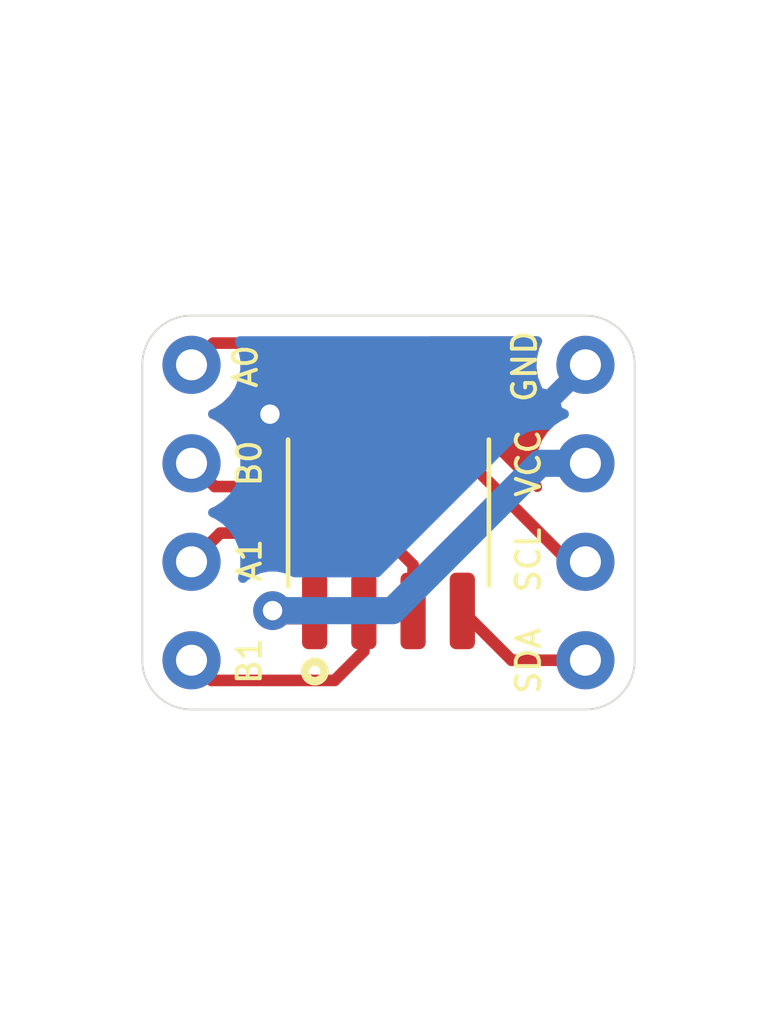
<source format=kicad_pcb>
(kicad_pcb (version 20171130) (host pcbnew "(5.1.6)-1")

  (general
    (thickness 1.6)
    (drawings 16)
    (tracks 31)
    (zones 0)
    (modules 3)
    (nets 9)
  )

  (page A4)
  (layers
    (0 F.Cu signal)
    (31 B.Cu signal)
    (32 B.Adhes user)
    (33 F.Adhes user)
    (34 B.Paste user)
    (35 F.Paste user)
    (36 B.SilkS user)
    (37 F.SilkS user)
    (38 B.Mask user)
    (39 F.Mask user)
    (40 Dwgs.User user)
    (41 Cmts.User user)
    (42 Eco1.User user)
    (43 Eco2.User user)
    (44 Edge.Cuts user)
    (45 Margin user)
    (46 B.CrtYd user)
    (47 F.CrtYd user)
    (48 B.Fab user)
    (49 F.Fab user)
  )

  (setup
    (last_trace_width 0.3)
    (trace_clearance 0.2)
    (zone_clearance 0.508)
    (zone_45_only no)
    (trace_min 0.2)
    (via_size 0.8)
    (via_drill 0.4)
    (via_min_size 0.4)
    (via_min_drill 0.3)
    (uvia_size 0.3)
    (uvia_drill 0.1)
    (uvias_allowed no)
    (uvia_min_size 0.2)
    (uvia_min_drill 0.1)
    (edge_width 0.05)
    (segment_width 0.2)
    (pcb_text_width 0.3)
    (pcb_text_size 1.5 1.5)
    (mod_edge_width 0.12)
    (mod_text_size 1 1)
    (mod_text_width 0.15)
    (pad_size 1.5 1.5)
    (pad_drill 0.8)
    (pad_to_mask_clearance 0.05)
    (aux_axis_origin 0 0)
    (visible_elements 7FFFFFFF)
    (pcbplotparams
      (layerselection 0x010fc_ffffffff)
      (usegerberextensions false)
      (usegerberattributes true)
      (usegerberadvancedattributes true)
      (creategerberjobfile true)
      (excludeedgelayer true)
      (linewidth 0.100000)
      (plotframeref false)
      (viasonmask false)
      (mode 1)
      (useauxorigin false)
      (hpglpennumber 1)
      (hpglpenspeed 20)
      (hpglpendiameter 15.000000)
      (psnegative false)
      (psa4output false)
      (plotreference true)
      (plotvalue true)
      (plotinvisibletext false)
      (padsonsilk false)
      (subtractmaskfromsilk false)
      (outputformat 1)
      (mirror false)
      (drillshape 0)
      (scaleselection 1)
      (outputdirectory "tiny202_dip/"))
  )

  (net 0 "")
  (net 1 VCC)
  (net 2 GND)
  (net 3 SDA)
  (net 4 SCL)
  (net 5 A1)
  (net 6 A0)
  (net 7 B0)
  (net 8 B1)

  (net_class Default "これはデフォルトのネット クラスです。"
    (clearance 0.2)
    (trace_width 0.3)
    (via_dia 0.8)
    (via_drill 0.4)
    (uvia_dia 0.3)
    (uvia_drill 0.1)
    (add_net A0)
    (add_net A1)
    (add_net B0)
    (add_net B1)
    (add_net SCL)
    (add_net SDA)
  )

  (net_class Power ""
    (clearance 0.2)
    (trace_width 0.7)
    (via_dia 1)
    (via_drill 0.5)
    (uvia_dia 0.3)
    (uvia_drill 0.1)
    (add_net GND)
    (add_net VCC)
  )

  (module Package_SO:SOP-8_3.76x4.96mm_P1.27mm (layer F.Cu) (tedit 62EFE6C2) (tstamp 62EFE32A)
    (at 161.29 90.17 90)
    (descr "SOP, 8 Pin (https://ww2.minicircuits.com/case_style/XX211.pdf), generated with kicad-footprint-generator ipc_gullwing_generator.py")
    (tags "SOP SO")
    (attr smd)
    (fp_text reference REF** (at 0 -3.43 270) (layer F.SilkS) hide
      (effects (font (size 1 1) (thickness 0.15)))
    )
    (fp_text value SOP-8_3.76x4.96mm_P1.27mm (at 0 3.43 270) (layer F.Fab)
      (effects (font (size 1 1) (thickness 0.15)))
    )
    (fp_circle (center -4.1 -1.9) (end -3.9 -1.9) (layer F.SilkS) (width 0.12))
    (fp_circle (center -4.1 -1.9) (end -3.8 -1.9) (layer F.SilkS) (width 0.12))
    (fp_line (start 3.78 -2.73) (end -3.78 -2.73) (layer F.CrtYd) (width 0.05))
    (fp_line (start 3.78 2.73) (end 3.78 -2.73) (layer F.CrtYd) (width 0.05))
    (fp_line (start -3.78 2.73) (end 3.78 2.73) (layer F.CrtYd) (width 0.05))
    (fp_line (start -3.78 -2.73) (end -3.78 2.73) (layer F.CrtYd) (width 0.05))
    (fp_line (start -1.88 -1.54) (end -0.94 -2.48) (layer F.Fab) (width 0.1))
    (fp_line (start -1.88 2.48) (end -1.88 -1.54) (layer F.Fab) (width 0.1))
    (fp_line (start 1.88 2.48) (end -1.88 2.48) (layer F.Fab) (width 0.1))
    (fp_line (start 1.88 -2.48) (end 1.88 2.48) (layer F.Fab) (width 0.1))
    (fp_line (start -0.94 -2.48) (end 1.88 -2.48) (layer F.Fab) (width 0.1))
    (fp_line (start 0 -2.59) (end -1.9 -2.59) (layer F.SilkS) (width 0.12))
    (fp_line (start 0 -2.59) (end 1.88 -2.59) (layer F.SilkS) (width 0.12))
    (fp_line (start 0 2.59) (end -1.88 2.59) (layer F.SilkS) (width 0.12))
    (fp_line (start 0 2.59) (end 1.88 2.59) (layer F.SilkS) (width 0.12))
    (fp_text user %R (at 0 0 270) (layer F.Fab)
      (effects (font (size 0.94 0.94) (thickness 0.14)))
    )
    (pad 8 smd roundrect (at 2.5375 -1.905 90) (size 1.975 0.65) (layers F.Cu F.Paste F.Mask) (roundrect_rratio 0.25)
      (net 2 GND))
    (pad 7 smd roundrect (at 2.5375 -0.635 90) (size 1.975 0.65) (layers F.Cu F.Paste F.Mask) (roundrect_rratio 0.25)
      (net 7 B0))
    (pad 6 smd roundrect (at 2.5375 0.635 90) (size 1.975 0.65) (layers F.Cu F.Paste F.Mask) (roundrect_rratio 0.25)
      (net 6 A0))
    (pad 5 smd roundrect (at 2.5375 1.905 90) (size 1.975 0.65) (layers F.Cu F.Paste F.Mask) (roundrect_rratio 0.25)
      (net 4 SCL))
    (pad 4 smd roundrect (at -2.5375 1.905 90) (size 1.975 0.65) (layers F.Cu F.Paste F.Mask) (roundrect_rratio 0.25)
      (net 3 SDA))
    (pad 3 smd roundrect (at -2.5375 0.635 90) (size 1.975 0.65) (layers F.Cu F.Paste F.Mask) (roundrect_rratio 0.25)
      (net 5 A1))
    (pad 2 smd roundrect (at -2.5375 -0.635 90) (size 1.975 0.65) (layers F.Cu F.Paste F.Mask) (roundrect_rratio 0.25)
      (net 8 B1))
    (pad 1 smd roundrect (at -2.5375 -1.905 90) (size 1.975 0.65) (layers F.Cu F.Paste F.Mask) (roundrect_rratio 0.25)
      (net 1 VCC))
    (model ${KISYS3DMOD}/Package_SO.3dshapes/SOP-8_3.76x4.96mm_P1.27mm.wrl
      (at (xyz 0 0 0))
      (scale (xyz 1 1 1))
      (rotate (xyz 0 0 0))
    )
  )

  (module Connector_PinHeader_2.54mm:PinHeader_1x04_P2.54mm_Vertical (layer F.Cu) (tedit 62EFE49F) (tstamp 62EFE27B)
    (at 166.37 90.17 90)
    (descr "Through hole straight pin header, 1x04, 2.54mm pitch, single row")
    (tags "Through hole pin header THT 1x04 2.54mm single row")
    (fp_text reference REF** (at -0.1 1.6 90) (layer F.SilkS) hide
      (effects (font (size 1 1) (thickness 0.15)))
    )
    (fp_text value PinHeader_1x04_P2.54mm_Vertical (at 0 1.7 90) (layer F.Fab)
      (effects (font (size 1 1) (thickness 0.15)))
    )
    (pad 1 thru_hole circle (at -3.81 0 90) (size 1.5 1.5) (drill 0.8) (layers *.Cu *.Mask)
      (net 3 SDA))
    (pad 2 thru_hole circle (at -1.27 0 90) (size 1.5 1.5) (drill 0.8) (layers *.Cu *.Mask)
      (net 4 SCL))
    (pad 3 thru_hole circle (at 1.27 0 90) (size 1.5 1.5) (drill 0.8) (layers *.Cu *.Mask)
      (net 1 VCC))
    (pad 4 thru_hole circle (at 3.81 0 90) (size 1.5 1.5) (drill 0.8) (layers *.Cu *.Mask)
      (net 2 GND))
  )

  (module Connector_PinHeader_2.54mm:PinHeader_1x04_P2.54mm_Vertical (layer F.Cu) (tedit 62EFE3EC) (tstamp 62EFE26D)
    (at 156.21 90.17 90)
    (descr "Through hole straight pin header, 1x04, 2.54mm pitch, single row")
    (tags "Through hole pin header THT 1x04 2.54mm single row")
    (fp_text reference REF** (at -0.1 1.6 90) (layer F.SilkS) hide
      (effects (font (size 1 1) (thickness 0.15)))
    )
    (fp_text value PinHeader_1x04_P2.54mm_Vertical (at 0 1.7 90) (layer F.Fab)
      (effects (font (size 1 1) (thickness 0.15)))
    )
    (pad 4 thru_hole circle (at 3.81 0 90) (size 1.5 1.5) (drill 0.8) (layers *.Cu *.Mask)
      (net 6 A0))
    (pad 3 thru_hole circle (at 1.27 0 90) (size 1.5 1.5) (drill 0.8) (layers *.Cu *.Mask)
      (net 7 B0))
    (pad 2 thru_hole circle (at -1.27 0 90) (size 1.5 1.5) (drill 0.8) (layers *.Cu *.Mask)
      (net 5 A1))
    (pad 1 thru_hole circle (at -3.81 0 90) (size 1.5 1.5) (drill 0.8) (layers *.Cu *.Mask)
      (net 8 B1))
  )

  (gr_text B1 (at 157.7 94 90) (layer F.SilkS) (tstamp 62EFED49)
    (effects (font (size 0.6 0.6) (thickness 0.1)))
  )
  (gr_text A1 (at 157.7 91.4 90) (layer F.SilkS) (tstamp 62EFED45)
    (effects (font (size 0.6 0.6) (thickness 0.1)))
  )
  (gr_text B0 (at 157.7 88.9 90) (layer F.SilkS) (tstamp 62EFED42)
    (effects (font (size 0.6 0.6) (thickness 0.1)))
  )
  (gr_text A0 (at 157.6 86.4 90) (layer F.SilkS) (tstamp 62EFED3F)
    (effects (font (size 0.6 0.6) (thickness 0.1)))
  )
  (gr_text SDA (at 164.9 94 90) (layer F.SilkS) (tstamp 62EFED1C)
    (effects (font (size 0.6 0.6) (thickness 0.1)))
  )
  (gr_text SCL (at 164.9 91.4 90) (layer F.SilkS) (tstamp 62EFED1A)
    (effects (font (size 0.6 0.6) (thickness 0.1)))
  )
  (gr_text VCC (at 164.9 88.9 90) (layer F.SilkS) (tstamp 62EFED18)
    (effects (font (size 0.6 0.6) (thickness 0.1)))
  )
  (gr_text GND (at 164.8 86.4 90) (layer F.SilkS)
    (effects (font (size 0.6 0.6) (thickness 0.1)))
  )
  (gr_arc (start 166.37 86.36) (end 167.64 86.36) (angle -90) (layer Edge.Cuts) (width 0.05))
  (gr_arc (start 166.37 93.98) (end 166.37 95.25) (angle -90) (layer Edge.Cuts) (width 0.05))
  (gr_arc (start 156.21 93.98) (end 154.94 93.98) (angle -90) (layer Edge.Cuts) (width 0.05))
  (gr_arc (start 156.21 86.36) (end 156.21 85.09) (angle -90) (layer Edge.Cuts) (width 0.05))
  (gr_line (start 156.21 95.25) (end 166.37 95.25) (layer Edge.Cuts) (width 0.05))
  (gr_line (start 154.94 93.98) (end 154.94 86.36) (layer Edge.Cuts) (width 0.05))
  (gr_line (start 167.64 86.36) (end 167.64 93.98) (layer Edge.Cuts) (width 0.05))
  (gr_line (start 156.21 85.09) (end 166.37 85.09) (layer Edge.Cuts) (width 0.05))

  (segment (start 166.37 88.9) (end 165.2 88.9) (width 0.7) (layer B.Cu) (net 1))
  (segment (start 165.2 88.9) (end 161.4 92.7) (width 0.7) (layer B.Cu) (net 1))
  (segment (start 161.4 92.7) (end 158.3 92.7) (width 0.7) (layer B.Cu) (net 1))
  (segment (start 158.3 92.7) (end 158.3 92.7) (width 0.7) (layer B.Cu) (net 1) (tstamp 62EFEA92))
  (via (at 158.3 92.7) (size 1) (drill 0.5) (layers F.Cu B.Cu) (net 1))
  (segment (start 158.3075 92.7075) (end 158.3 92.7) (width 0.7) (layer F.Cu) (net 1))
  (segment (start 159.385 92.7075) (end 158.3075 92.7075) (width 0.7) (layer F.Cu) (net 1))
  (segment (start 159.385 87.6325) (end 158.2325 87.6325) (width 0.7) (layer F.Cu) (net 2))
  (segment (start 158.2325 87.6325) (end 158.2325 87.6325) (width 0.7) (layer F.Cu) (net 2) (tstamp 62EFEA94))
  (via (at 158.2325 87.6325) (size 1) (drill 0.5) (layers F.Cu B.Cu) (net 2))
  (segment (start 164.4675 93.98) (end 163.195 92.7075) (width 0.3) (layer F.Cu) (net 3))
  (segment (start 166.37 93.98) (end 164.4675 93.98) (width 0.3) (layer F.Cu) (net 3))
  (segment (start 163.195 87.6325) (end 163.195 88.695) (width 0.3) (layer F.Cu) (net 4))
  (segment (start 165.94 91.44) (end 166.37 91.44) (width 0.3) (layer F.Cu) (net 4))
  (segment (start 163.195 88.695) (end 165.94 91.44) (width 0.3) (layer F.Cu) (net 4))
  (segment (start 161.925 92.7075) (end 161.925 91.525) (width 0.3) (layer F.Cu) (net 5))
  (segment (start 161.925 91.525) (end 161.1 90.7) (width 0.3) (layer F.Cu) (net 5))
  (segment (start 156.95 90.7) (end 156.21 91.44) (width 0.3) (layer F.Cu) (net 5))
  (segment (start 161.1 90.7) (end 156.95 90.7) (width 0.3) (layer F.Cu) (net 5))
  (segment (start 161.925 87.6325) (end 161.925 86.425) (width 0.3) (layer F.Cu) (net 6))
  (segment (start 161.925 86.425) (end 161.3 85.8) (width 0.3) (layer F.Cu) (net 6))
  (segment (start 156.77 85.8) (end 156.21 86.36) (width 0.3) (layer F.Cu) (net 6))
  (segment (start 161.3 85.8) (end 156.77 85.8) (width 0.3) (layer F.Cu) (net 6))
  (segment (start 160.655 87.6325) (end 160.655 88.845) (width 0.3) (layer F.Cu) (net 7))
  (segment (start 160.655 88.845) (end 160 89.5) (width 0.3) (layer F.Cu) (net 7))
  (segment (start 156.81 89.5) (end 156.21 88.9) (width 0.3) (layer F.Cu) (net 7))
  (segment (start 160 89.5) (end 156.81 89.5) (width 0.3) (layer F.Cu) (net 7))
  (segment (start 160.655 92.7075) (end 160.655 93.745) (width 0.3) (layer F.Cu) (net 8))
  (segment (start 160.655 93.745) (end 159.9 94.5) (width 0.3) (layer F.Cu) (net 8))
  (segment (start 156.73 94.5) (end 156.21 93.98) (width 0.3) (layer F.Cu) (net 8))
  (segment (start 159.9 94.5) (end 156.73 94.5) (width 0.3) (layer F.Cu) (net 8))

  (zone (net 2) (net_name GND) (layer F.Cu) (tstamp 62EFEFEB) (hatch edge 0.508)
    (connect_pads (clearance 0.508))
    (min_thickness 0.254)
    (fill yes (arc_segments 32) (thermal_gap 0.508) (thermal_bridge_width 0.508))
    (polygon
      (pts
        (xy 171.27 97.49) (xy 151.27 97.49) (xy 151.27 82.49) (xy 171.27 82.49)
      )
    )
    (filled_polygon
      (pts
        (xy 165.05824 85.895116) (xy 164.99275 86.15996) (xy 164.980188 86.432492) (xy 165.021035 86.702238) (xy 165.113723 86.958832)
        (xy 165.17414 87.071863) (xy 165.413007 87.137388) (xy 166.190395 86.36) (xy 166.176253 86.345858) (xy 166.355858 86.166253)
        (xy 166.37 86.180395) (xy 166.384143 86.166253) (xy 166.563748 86.345858) (xy 166.549605 86.36) (xy 166.563748 86.374143)
        (xy 166.384143 86.553748) (xy 166.37 86.539605) (xy 165.592612 87.316993) (xy 165.658137 87.55586) (xy 165.816477 87.630164)
        (xy 165.713957 87.672629) (xy 165.487114 87.824201) (xy 165.294201 88.017114) (xy 165.142629 88.243957) (xy 165.038225 88.496011)
        (xy 164.985 88.763589) (xy 164.985 89.036411) (xy 165.038225 89.303989) (xy 165.125961 89.515804) (xy 164.149965 88.539808)
        (xy 164.158072 88.4575) (xy 164.158072 86.8075) (xy 164.142689 86.651316) (xy 164.097132 86.501134) (xy 164.023151 86.362726)
        (xy 163.92359 86.24141) (xy 163.802274 86.141849) (xy 163.663866 86.067868) (xy 163.513684 86.022311) (xy 163.3575 86.006928)
        (xy 163.0325 86.006928) (xy 162.876316 86.022311) (xy 162.726134 86.067868) (xy 162.64686 86.110241) (xy 162.580862 85.986767)
        (xy 162.517421 85.909465) (xy 162.507345 85.897187) (xy 162.507342 85.897184) (xy 162.482764 85.867236) (xy 162.452815 85.842657)
        (xy 162.360158 85.75) (xy 165.126339 85.75)
      )
    )
    (filled_polygon
      (pts
        (xy 158.421928 86.645) (xy 158.425 87.34675) (xy 158.58375 87.5055) (xy 159.258 87.5055) (xy 159.258 87.4855)
        (xy 159.512 87.4855) (xy 159.512 87.5055) (xy 159.532 87.5055) (xy 159.532 87.7595) (xy 159.512 87.7595)
        (xy 159.512 87.7795) (xy 159.258 87.7795) (xy 159.258 87.7595) (xy 158.58375 87.7595) (xy 158.425 87.91825)
        (xy 158.421928 88.62) (xy 158.431284 88.715) (xy 157.585335 88.715) (xy 157.541775 88.496011) (xy 157.437371 88.243957)
        (xy 157.285799 88.017114) (xy 157.092886 87.824201) (xy 156.866043 87.672629) (xy 156.763127 87.63) (xy 156.866043 87.587371)
        (xy 157.092886 87.435799) (xy 157.285799 87.242886) (xy 157.437371 87.016043) (xy 157.541775 86.763989) (xy 157.577378 86.585)
        (xy 158.427837 86.585)
      )
    )
  )
  (zone (net 2) (net_name GND) (layer B.Cu) (tstamp 62EFEFE8) (hatch edge 0.508)
    (connect_pads (clearance 0.508))
    (min_thickness 0.254)
    (fill yes (arc_segments 32) (thermal_gap 0.508) (thermal_bridge_width 0.508))
    (polygon
      (pts
        (xy 171.27 97.49) (xy 151.27 97.49) (xy 151.27 82.49) (xy 171.27 82.49)
      )
    )
    (filled_polygon
      (pts
        (xy 165.05824 85.895116) (xy 164.99275 86.15996) (xy 164.980188 86.432492) (xy 165.021035 86.702238) (xy 165.113723 86.958832)
        (xy 165.17414 87.071863) (xy 165.413007 87.137388) (xy 166.190395 86.36) (xy 166.176253 86.345858) (xy 166.355858 86.166253)
        (xy 166.37 86.180395) (xy 166.384143 86.166253) (xy 166.563748 86.345858) (xy 166.549605 86.36) (xy 166.563748 86.374143)
        (xy 166.384143 86.553748) (xy 166.37 86.539605) (xy 165.592612 87.316993) (xy 165.658137 87.55586) (xy 165.816477 87.630164)
        (xy 165.713957 87.672629) (xy 165.487114 87.824201) (xy 165.396315 87.915) (xy 165.24838 87.915) (xy 165.2 87.910235)
        (xy 165.15162 87.915) (xy 165.006906 87.929253) (xy 164.821233 87.985576) (xy 164.650116 88.07704) (xy 164.50013 88.20013)
        (xy 164.469289 88.23771) (xy 160.992 91.715) (xy 158.868789 91.715) (xy 158.837624 91.694176) (xy 158.631067 91.608617)
        (xy 158.411788 91.565) (xy 158.188212 91.565) (xy 157.968933 91.608617) (xy 157.762376 91.694176) (xy 157.57648 91.818388)
        (xy 157.535338 91.85953) (xy 157.541775 91.843989) (xy 157.595 91.576411) (xy 157.595 91.303589) (xy 157.541775 91.036011)
        (xy 157.437371 90.783957) (xy 157.285799 90.557114) (xy 157.092886 90.364201) (xy 156.866043 90.212629) (xy 156.763127 90.17)
        (xy 156.866043 90.127371) (xy 157.092886 89.975799) (xy 157.285799 89.782886) (xy 157.437371 89.556043) (xy 157.541775 89.303989)
        (xy 157.595 89.036411) (xy 157.595 88.763589) (xy 157.541775 88.496011) (xy 157.437371 88.243957) (xy 157.285799 88.017114)
        (xy 157.092886 87.824201) (xy 156.866043 87.672629) (xy 156.763127 87.63) (xy 156.866043 87.587371) (xy 157.092886 87.435799)
        (xy 157.285799 87.242886) (xy 157.437371 87.016043) (xy 157.541775 86.763989) (xy 157.595 86.496411) (xy 157.595 86.223589)
        (xy 157.541775 85.956011) (xy 157.456443 85.75) (xy 165.126339 85.75)
      )
    )
  )
)

</source>
